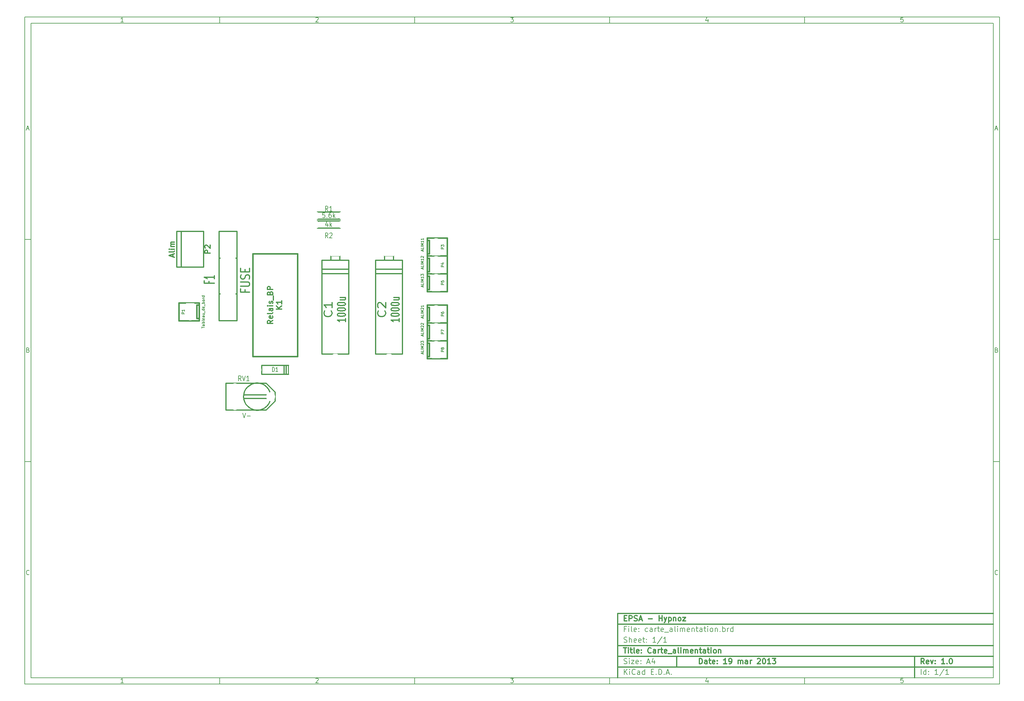
<source format=gto>
G04 (created by PCBNEW-RS274X (2012-01-19 BZR 3256)-stable) date 19/03/2013 14:49:39*
G01*
G70*
G90*
%MOIN*%
G04 Gerber Fmt 3.4, Leading zero omitted, Abs format*
%FSLAX34Y34*%
G04 APERTURE LIST*
%ADD10C,0.006000*%
%ADD11C,0.012000*%
%ADD12C,0.015000*%
%ADD13C,0.010000*%
%ADD14C,0.008000*%
%ADD15C,0.235000*%
%ADD16R,0.105000X0.105000*%
%ADD17C,0.105000*%
%ADD18C,0.270000*%
%ADD19C,0.100000*%
%ADD20R,0.110000X0.110000*%
%ADD21C,0.110000*%
%ADD22C,0.090000*%
%ADD23R,0.095000X0.095000*%
%ADD24C,0.095000*%
%ADD25C,0.170000*%
%ADD26R,0.120000X0.120000*%
%ADD27C,0.120000*%
G04 APERTURE END LIST*
G54D10*
X04000Y-04000D02*
X113000Y-04000D01*
X113000Y-78670D01*
X04000Y-78670D01*
X04000Y-04000D01*
X04700Y-04700D02*
X112300Y-04700D01*
X112300Y-77970D01*
X04700Y-77970D01*
X04700Y-04700D01*
X25800Y-04000D02*
X25800Y-04700D01*
X15043Y-04552D02*
X14757Y-04552D01*
X14900Y-04552D02*
X14900Y-04052D01*
X14852Y-04124D01*
X14805Y-04171D01*
X14757Y-04195D01*
X25800Y-78670D02*
X25800Y-77970D01*
X15043Y-78522D02*
X14757Y-78522D01*
X14900Y-78522D02*
X14900Y-78022D01*
X14852Y-78094D01*
X14805Y-78141D01*
X14757Y-78165D01*
X47600Y-04000D02*
X47600Y-04700D01*
X36557Y-04100D02*
X36581Y-04076D01*
X36629Y-04052D01*
X36748Y-04052D01*
X36795Y-04076D01*
X36819Y-04100D01*
X36843Y-04148D01*
X36843Y-04195D01*
X36819Y-04267D01*
X36533Y-04552D01*
X36843Y-04552D01*
X47600Y-78670D02*
X47600Y-77970D01*
X36557Y-78070D02*
X36581Y-78046D01*
X36629Y-78022D01*
X36748Y-78022D01*
X36795Y-78046D01*
X36819Y-78070D01*
X36843Y-78118D01*
X36843Y-78165D01*
X36819Y-78237D01*
X36533Y-78522D01*
X36843Y-78522D01*
X69400Y-04000D02*
X69400Y-04700D01*
X58333Y-04052D02*
X58643Y-04052D01*
X58476Y-04243D01*
X58548Y-04243D01*
X58595Y-04267D01*
X58619Y-04290D01*
X58643Y-04338D01*
X58643Y-04457D01*
X58619Y-04505D01*
X58595Y-04529D01*
X58548Y-04552D01*
X58405Y-04552D01*
X58357Y-04529D01*
X58333Y-04505D01*
X69400Y-78670D02*
X69400Y-77970D01*
X58333Y-78022D02*
X58643Y-78022D01*
X58476Y-78213D01*
X58548Y-78213D01*
X58595Y-78237D01*
X58619Y-78260D01*
X58643Y-78308D01*
X58643Y-78427D01*
X58619Y-78475D01*
X58595Y-78499D01*
X58548Y-78522D01*
X58405Y-78522D01*
X58357Y-78499D01*
X58333Y-78475D01*
X91200Y-04000D02*
X91200Y-04700D01*
X80395Y-04219D02*
X80395Y-04552D01*
X80276Y-04029D02*
X80157Y-04386D01*
X80467Y-04386D01*
X91200Y-78670D02*
X91200Y-77970D01*
X80395Y-78189D02*
X80395Y-78522D01*
X80276Y-77999D02*
X80157Y-78356D01*
X80467Y-78356D01*
X102219Y-04052D02*
X101981Y-04052D01*
X101957Y-04290D01*
X101981Y-04267D01*
X102029Y-04243D01*
X102148Y-04243D01*
X102195Y-04267D01*
X102219Y-04290D01*
X102243Y-04338D01*
X102243Y-04457D01*
X102219Y-04505D01*
X102195Y-04529D01*
X102148Y-04552D01*
X102029Y-04552D01*
X101981Y-04529D01*
X101957Y-04505D01*
X102219Y-78022D02*
X101981Y-78022D01*
X101957Y-78260D01*
X101981Y-78237D01*
X102029Y-78213D01*
X102148Y-78213D01*
X102195Y-78237D01*
X102219Y-78260D01*
X102243Y-78308D01*
X102243Y-78427D01*
X102219Y-78475D01*
X102195Y-78499D01*
X102148Y-78522D01*
X102029Y-78522D01*
X101981Y-78499D01*
X101957Y-78475D01*
X04000Y-28890D02*
X04700Y-28890D01*
X04231Y-16510D02*
X04469Y-16510D01*
X04184Y-16652D02*
X04350Y-16152D01*
X04517Y-16652D01*
X113000Y-28890D02*
X112300Y-28890D01*
X112531Y-16510D02*
X112769Y-16510D01*
X112484Y-16652D02*
X112650Y-16152D01*
X112817Y-16652D01*
X04000Y-53780D02*
X04700Y-53780D01*
X04386Y-41280D02*
X04457Y-41304D01*
X04481Y-41328D01*
X04505Y-41376D01*
X04505Y-41447D01*
X04481Y-41495D01*
X04457Y-41519D01*
X04410Y-41542D01*
X04219Y-41542D01*
X04219Y-41042D01*
X04386Y-41042D01*
X04433Y-41066D01*
X04457Y-41090D01*
X04481Y-41138D01*
X04481Y-41185D01*
X04457Y-41233D01*
X04433Y-41257D01*
X04386Y-41280D01*
X04219Y-41280D01*
X113000Y-53780D02*
X112300Y-53780D01*
X112686Y-41280D02*
X112757Y-41304D01*
X112781Y-41328D01*
X112805Y-41376D01*
X112805Y-41447D01*
X112781Y-41495D01*
X112757Y-41519D01*
X112710Y-41542D01*
X112519Y-41542D01*
X112519Y-41042D01*
X112686Y-41042D01*
X112733Y-41066D01*
X112757Y-41090D01*
X112781Y-41138D01*
X112781Y-41185D01*
X112757Y-41233D01*
X112733Y-41257D01*
X112686Y-41280D01*
X112519Y-41280D01*
X04505Y-66385D02*
X04481Y-66409D01*
X04410Y-66432D01*
X04362Y-66432D01*
X04290Y-66409D01*
X04243Y-66361D01*
X04219Y-66313D01*
X04195Y-66218D01*
X04195Y-66147D01*
X04219Y-66051D01*
X04243Y-66004D01*
X04290Y-65956D01*
X04362Y-65932D01*
X04410Y-65932D01*
X04481Y-65956D01*
X04505Y-65980D01*
X112805Y-66385D02*
X112781Y-66409D01*
X112710Y-66432D01*
X112662Y-66432D01*
X112590Y-66409D01*
X112543Y-66361D01*
X112519Y-66313D01*
X112495Y-66218D01*
X112495Y-66147D01*
X112519Y-66051D01*
X112543Y-66004D01*
X112590Y-65956D01*
X112662Y-65932D01*
X112710Y-65932D01*
X112781Y-65956D01*
X112805Y-65980D01*
G54D11*
X79443Y-76413D02*
X79443Y-75813D01*
X79586Y-75813D01*
X79671Y-75841D01*
X79729Y-75899D01*
X79757Y-75956D01*
X79786Y-76070D01*
X79786Y-76156D01*
X79757Y-76270D01*
X79729Y-76327D01*
X79671Y-76384D01*
X79586Y-76413D01*
X79443Y-76413D01*
X80300Y-76413D02*
X80300Y-76099D01*
X80271Y-76041D01*
X80214Y-76013D01*
X80100Y-76013D01*
X80043Y-76041D01*
X80300Y-76384D02*
X80243Y-76413D01*
X80100Y-76413D01*
X80043Y-76384D01*
X80014Y-76327D01*
X80014Y-76270D01*
X80043Y-76213D01*
X80100Y-76184D01*
X80243Y-76184D01*
X80300Y-76156D01*
X80500Y-76013D02*
X80729Y-76013D01*
X80586Y-75813D02*
X80586Y-76327D01*
X80614Y-76384D01*
X80672Y-76413D01*
X80729Y-76413D01*
X81157Y-76384D02*
X81100Y-76413D01*
X80986Y-76413D01*
X80929Y-76384D01*
X80900Y-76327D01*
X80900Y-76099D01*
X80929Y-76041D01*
X80986Y-76013D01*
X81100Y-76013D01*
X81157Y-76041D01*
X81186Y-76099D01*
X81186Y-76156D01*
X80900Y-76213D01*
X81443Y-76356D02*
X81471Y-76384D01*
X81443Y-76413D01*
X81414Y-76384D01*
X81443Y-76356D01*
X81443Y-76413D01*
X81443Y-76041D02*
X81471Y-76070D01*
X81443Y-76099D01*
X81414Y-76070D01*
X81443Y-76041D01*
X81443Y-76099D01*
X82500Y-76413D02*
X82157Y-76413D01*
X82329Y-76413D02*
X82329Y-75813D01*
X82272Y-75899D01*
X82214Y-75956D01*
X82157Y-75984D01*
X82785Y-76413D02*
X82900Y-76413D01*
X82957Y-76384D01*
X82985Y-76356D01*
X83043Y-76270D01*
X83071Y-76156D01*
X83071Y-75927D01*
X83043Y-75870D01*
X83014Y-75841D01*
X82957Y-75813D01*
X82843Y-75813D01*
X82785Y-75841D01*
X82757Y-75870D01*
X82728Y-75927D01*
X82728Y-76070D01*
X82757Y-76127D01*
X82785Y-76156D01*
X82843Y-76184D01*
X82957Y-76184D01*
X83014Y-76156D01*
X83043Y-76127D01*
X83071Y-76070D01*
X83785Y-76413D02*
X83785Y-76013D01*
X83785Y-76070D02*
X83813Y-76041D01*
X83871Y-76013D01*
X83956Y-76013D01*
X84013Y-76041D01*
X84042Y-76099D01*
X84042Y-76413D01*
X84042Y-76099D02*
X84071Y-76041D01*
X84128Y-76013D01*
X84213Y-76013D01*
X84271Y-76041D01*
X84299Y-76099D01*
X84299Y-76413D01*
X84842Y-76413D02*
X84842Y-76099D01*
X84813Y-76041D01*
X84756Y-76013D01*
X84642Y-76013D01*
X84585Y-76041D01*
X84842Y-76384D02*
X84785Y-76413D01*
X84642Y-76413D01*
X84585Y-76384D01*
X84556Y-76327D01*
X84556Y-76270D01*
X84585Y-76213D01*
X84642Y-76184D01*
X84785Y-76184D01*
X84842Y-76156D01*
X85128Y-76413D02*
X85128Y-76013D01*
X85128Y-76127D02*
X85156Y-76070D01*
X85185Y-76041D01*
X85242Y-76013D01*
X85299Y-76013D01*
X85927Y-75870D02*
X85956Y-75841D01*
X86013Y-75813D01*
X86156Y-75813D01*
X86213Y-75841D01*
X86242Y-75870D01*
X86270Y-75927D01*
X86270Y-75984D01*
X86242Y-76070D01*
X85899Y-76413D01*
X86270Y-76413D01*
X86641Y-75813D02*
X86698Y-75813D01*
X86755Y-75841D01*
X86784Y-75870D01*
X86813Y-75927D01*
X86841Y-76041D01*
X86841Y-76184D01*
X86813Y-76299D01*
X86784Y-76356D01*
X86755Y-76384D01*
X86698Y-76413D01*
X86641Y-76413D01*
X86584Y-76384D01*
X86555Y-76356D01*
X86527Y-76299D01*
X86498Y-76184D01*
X86498Y-76041D01*
X86527Y-75927D01*
X86555Y-75870D01*
X86584Y-75841D01*
X86641Y-75813D01*
X87412Y-76413D02*
X87069Y-76413D01*
X87241Y-76413D02*
X87241Y-75813D01*
X87184Y-75899D01*
X87126Y-75956D01*
X87069Y-75984D01*
X87612Y-75813D02*
X87983Y-75813D01*
X87783Y-76041D01*
X87869Y-76041D01*
X87926Y-76070D01*
X87955Y-76099D01*
X87983Y-76156D01*
X87983Y-76299D01*
X87955Y-76356D01*
X87926Y-76384D01*
X87869Y-76413D01*
X87697Y-76413D01*
X87640Y-76384D01*
X87612Y-76356D01*
G54D10*
X71043Y-77613D02*
X71043Y-77013D01*
X71386Y-77613D02*
X71129Y-77270D01*
X71386Y-77013D02*
X71043Y-77356D01*
X71643Y-77613D02*
X71643Y-77213D01*
X71643Y-77013D02*
X71614Y-77041D01*
X71643Y-77070D01*
X71671Y-77041D01*
X71643Y-77013D01*
X71643Y-77070D01*
X72272Y-77556D02*
X72243Y-77584D01*
X72157Y-77613D01*
X72100Y-77613D01*
X72015Y-77584D01*
X71957Y-77527D01*
X71929Y-77470D01*
X71900Y-77356D01*
X71900Y-77270D01*
X71929Y-77156D01*
X71957Y-77099D01*
X72015Y-77041D01*
X72100Y-77013D01*
X72157Y-77013D01*
X72243Y-77041D01*
X72272Y-77070D01*
X72786Y-77613D02*
X72786Y-77299D01*
X72757Y-77241D01*
X72700Y-77213D01*
X72586Y-77213D01*
X72529Y-77241D01*
X72786Y-77584D02*
X72729Y-77613D01*
X72586Y-77613D01*
X72529Y-77584D01*
X72500Y-77527D01*
X72500Y-77470D01*
X72529Y-77413D01*
X72586Y-77384D01*
X72729Y-77384D01*
X72786Y-77356D01*
X73329Y-77613D02*
X73329Y-77013D01*
X73329Y-77584D02*
X73272Y-77613D01*
X73158Y-77613D01*
X73100Y-77584D01*
X73072Y-77556D01*
X73043Y-77499D01*
X73043Y-77327D01*
X73072Y-77270D01*
X73100Y-77241D01*
X73158Y-77213D01*
X73272Y-77213D01*
X73329Y-77241D01*
X74072Y-77299D02*
X74272Y-77299D01*
X74358Y-77613D02*
X74072Y-77613D01*
X74072Y-77013D01*
X74358Y-77013D01*
X74615Y-77556D02*
X74643Y-77584D01*
X74615Y-77613D01*
X74586Y-77584D01*
X74615Y-77556D01*
X74615Y-77613D01*
X74901Y-77613D02*
X74901Y-77013D01*
X75044Y-77013D01*
X75129Y-77041D01*
X75187Y-77099D01*
X75215Y-77156D01*
X75244Y-77270D01*
X75244Y-77356D01*
X75215Y-77470D01*
X75187Y-77527D01*
X75129Y-77584D01*
X75044Y-77613D01*
X74901Y-77613D01*
X75501Y-77556D02*
X75529Y-77584D01*
X75501Y-77613D01*
X75472Y-77584D01*
X75501Y-77556D01*
X75501Y-77613D01*
X75758Y-77441D02*
X76044Y-77441D01*
X75701Y-77613D02*
X75901Y-77013D01*
X76101Y-77613D01*
X76301Y-77556D02*
X76329Y-77584D01*
X76301Y-77613D01*
X76272Y-77584D01*
X76301Y-77556D01*
X76301Y-77613D01*
G54D11*
X104586Y-76413D02*
X104386Y-76127D01*
X104243Y-76413D02*
X104243Y-75813D01*
X104471Y-75813D01*
X104529Y-75841D01*
X104557Y-75870D01*
X104586Y-75927D01*
X104586Y-76013D01*
X104557Y-76070D01*
X104529Y-76099D01*
X104471Y-76127D01*
X104243Y-76127D01*
X105071Y-76384D02*
X105014Y-76413D01*
X104900Y-76413D01*
X104843Y-76384D01*
X104814Y-76327D01*
X104814Y-76099D01*
X104843Y-76041D01*
X104900Y-76013D01*
X105014Y-76013D01*
X105071Y-76041D01*
X105100Y-76099D01*
X105100Y-76156D01*
X104814Y-76213D01*
X105300Y-76013D02*
X105443Y-76413D01*
X105585Y-76013D01*
X105814Y-76356D02*
X105842Y-76384D01*
X105814Y-76413D01*
X105785Y-76384D01*
X105814Y-76356D01*
X105814Y-76413D01*
X105814Y-76041D02*
X105842Y-76070D01*
X105814Y-76099D01*
X105785Y-76070D01*
X105814Y-76041D01*
X105814Y-76099D01*
X106871Y-76413D02*
X106528Y-76413D01*
X106700Y-76413D02*
X106700Y-75813D01*
X106643Y-75899D01*
X106585Y-75956D01*
X106528Y-75984D01*
X107128Y-76356D02*
X107156Y-76384D01*
X107128Y-76413D01*
X107099Y-76384D01*
X107128Y-76356D01*
X107128Y-76413D01*
X107528Y-75813D02*
X107585Y-75813D01*
X107642Y-75841D01*
X107671Y-75870D01*
X107700Y-75927D01*
X107728Y-76041D01*
X107728Y-76184D01*
X107700Y-76299D01*
X107671Y-76356D01*
X107642Y-76384D01*
X107585Y-76413D01*
X107528Y-76413D01*
X107471Y-76384D01*
X107442Y-76356D01*
X107414Y-76299D01*
X107385Y-76184D01*
X107385Y-76041D01*
X107414Y-75927D01*
X107442Y-75870D01*
X107471Y-75841D01*
X107528Y-75813D01*
G54D10*
X71014Y-76384D02*
X71100Y-76413D01*
X71243Y-76413D01*
X71300Y-76384D01*
X71329Y-76356D01*
X71357Y-76299D01*
X71357Y-76241D01*
X71329Y-76184D01*
X71300Y-76156D01*
X71243Y-76127D01*
X71129Y-76099D01*
X71071Y-76070D01*
X71043Y-76041D01*
X71014Y-75984D01*
X71014Y-75927D01*
X71043Y-75870D01*
X71071Y-75841D01*
X71129Y-75813D01*
X71271Y-75813D01*
X71357Y-75841D01*
X71614Y-76413D02*
X71614Y-76013D01*
X71614Y-75813D02*
X71585Y-75841D01*
X71614Y-75870D01*
X71642Y-75841D01*
X71614Y-75813D01*
X71614Y-75870D01*
X71843Y-76013D02*
X72157Y-76013D01*
X71843Y-76413D01*
X72157Y-76413D01*
X72614Y-76384D02*
X72557Y-76413D01*
X72443Y-76413D01*
X72386Y-76384D01*
X72357Y-76327D01*
X72357Y-76099D01*
X72386Y-76041D01*
X72443Y-76013D01*
X72557Y-76013D01*
X72614Y-76041D01*
X72643Y-76099D01*
X72643Y-76156D01*
X72357Y-76213D01*
X72900Y-76356D02*
X72928Y-76384D01*
X72900Y-76413D01*
X72871Y-76384D01*
X72900Y-76356D01*
X72900Y-76413D01*
X72900Y-76041D02*
X72928Y-76070D01*
X72900Y-76099D01*
X72871Y-76070D01*
X72900Y-76041D01*
X72900Y-76099D01*
X73614Y-76241D02*
X73900Y-76241D01*
X73557Y-76413D02*
X73757Y-75813D01*
X73957Y-76413D01*
X74414Y-76013D02*
X74414Y-76413D01*
X74271Y-75784D02*
X74128Y-76213D01*
X74500Y-76213D01*
X104243Y-77613D02*
X104243Y-77013D01*
X104786Y-77613D02*
X104786Y-77013D01*
X104786Y-77584D02*
X104729Y-77613D01*
X104615Y-77613D01*
X104557Y-77584D01*
X104529Y-77556D01*
X104500Y-77499D01*
X104500Y-77327D01*
X104529Y-77270D01*
X104557Y-77241D01*
X104615Y-77213D01*
X104729Y-77213D01*
X104786Y-77241D01*
X105072Y-77556D02*
X105100Y-77584D01*
X105072Y-77613D01*
X105043Y-77584D01*
X105072Y-77556D01*
X105072Y-77613D01*
X105072Y-77241D02*
X105100Y-77270D01*
X105072Y-77299D01*
X105043Y-77270D01*
X105072Y-77241D01*
X105072Y-77299D01*
X106129Y-77613D02*
X105786Y-77613D01*
X105958Y-77613D02*
X105958Y-77013D01*
X105901Y-77099D01*
X105843Y-77156D01*
X105786Y-77184D01*
X106814Y-76984D02*
X106300Y-77756D01*
X107329Y-77613D02*
X106986Y-77613D01*
X107158Y-77613D02*
X107158Y-77013D01*
X107101Y-77099D01*
X107043Y-77156D01*
X106986Y-77184D01*
G54D11*
X70957Y-74613D02*
X71300Y-74613D01*
X71129Y-75213D02*
X71129Y-74613D01*
X71500Y-75213D02*
X71500Y-74813D01*
X71500Y-74613D02*
X71471Y-74641D01*
X71500Y-74670D01*
X71528Y-74641D01*
X71500Y-74613D01*
X71500Y-74670D01*
X71700Y-74813D02*
X71929Y-74813D01*
X71786Y-74613D02*
X71786Y-75127D01*
X71814Y-75184D01*
X71872Y-75213D01*
X71929Y-75213D01*
X72215Y-75213D02*
X72157Y-75184D01*
X72129Y-75127D01*
X72129Y-74613D01*
X72671Y-75184D02*
X72614Y-75213D01*
X72500Y-75213D01*
X72443Y-75184D01*
X72414Y-75127D01*
X72414Y-74899D01*
X72443Y-74841D01*
X72500Y-74813D01*
X72614Y-74813D01*
X72671Y-74841D01*
X72700Y-74899D01*
X72700Y-74956D01*
X72414Y-75013D01*
X72957Y-75156D02*
X72985Y-75184D01*
X72957Y-75213D01*
X72928Y-75184D01*
X72957Y-75156D01*
X72957Y-75213D01*
X72957Y-74841D02*
X72985Y-74870D01*
X72957Y-74899D01*
X72928Y-74870D01*
X72957Y-74841D01*
X72957Y-74899D01*
X74043Y-75156D02*
X74014Y-75184D01*
X73928Y-75213D01*
X73871Y-75213D01*
X73786Y-75184D01*
X73728Y-75127D01*
X73700Y-75070D01*
X73671Y-74956D01*
X73671Y-74870D01*
X73700Y-74756D01*
X73728Y-74699D01*
X73786Y-74641D01*
X73871Y-74613D01*
X73928Y-74613D01*
X74014Y-74641D01*
X74043Y-74670D01*
X74557Y-75213D02*
X74557Y-74899D01*
X74528Y-74841D01*
X74471Y-74813D01*
X74357Y-74813D01*
X74300Y-74841D01*
X74557Y-75184D02*
X74500Y-75213D01*
X74357Y-75213D01*
X74300Y-75184D01*
X74271Y-75127D01*
X74271Y-75070D01*
X74300Y-75013D01*
X74357Y-74984D01*
X74500Y-74984D01*
X74557Y-74956D01*
X74843Y-75213D02*
X74843Y-74813D01*
X74843Y-74927D02*
X74871Y-74870D01*
X74900Y-74841D01*
X74957Y-74813D01*
X75014Y-74813D01*
X75128Y-74813D02*
X75357Y-74813D01*
X75214Y-74613D02*
X75214Y-75127D01*
X75242Y-75184D01*
X75300Y-75213D01*
X75357Y-75213D01*
X75785Y-75184D02*
X75728Y-75213D01*
X75614Y-75213D01*
X75557Y-75184D01*
X75528Y-75127D01*
X75528Y-74899D01*
X75557Y-74841D01*
X75614Y-74813D01*
X75728Y-74813D01*
X75785Y-74841D01*
X75814Y-74899D01*
X75814Y-74956D01*
X75528Y-75013D01*
X75928Y-75270D02*
X76385Y-75270D01*
X76785Y-75213D02*
X76785Y-74899D01*
X76756Y-74841D01*
X76699Y-74813D01*
X76585Y-74813D01*
X76528Y-74841D01*
X76785Y-75184D02*
X76728Y-75213D01*
X76585Y-75213D01*
X76528Y-75184D01*
X76499Y-75127D01*
X76499Y-75070D01*
X76528Y-75013D01*
X76585Y-74984D01*
X76728Y-74984D01*
X76785Y-74956D01*
X77157Y-75213D02*
X77099Y-75184D01*
X77071Y-75127D01*
X77071Y-74613D01*
X77385Y-75213D02*
X77385Y-74813D01*
X77385Y-74613D02*
X77356Y-74641D01*
X77385Y-74670D01*
X77413Y-74641D01*
X77385Y-74613D01*
X77385Y-74670D01*
X77671Y-75213D02*
X77671Y-74813D01*
X77671Y-74870D02*
X77699Y-74841D01*
X77757Y-74813D01*
X77842Y-74813D01*
X77899Y-74841D01*
X77928Y-74899D01*
X77928Y-75213D01*
X77928Y-74899D02*
X77957Y-74841D01*
X78014Y-74813D01*
X78099Y-74813D01*
X78157Y-74841D01*
X78185Y-74899D01*
X78185Y-75213D01*
X78699Y-75184D02*
X78642Y-75213D01*
X78528Y-75213D01*
X78471Y-75184D01*
X78442Y-75127D01*
X78442Y-74899D01*
X78471Y-74841D01*
X78528Y-74813D01*
X78642Y-74813D01*
X78699Y-74841D01*
X78728Y-74899D01*
X78728Y-74956D01*
X78442Y-75013D01*
X78985Y-74813D02*
X78985Y-75213D01*
X78985Y-74870D02*
X79013Y-74841D01*
X79071Y-74813D01*
X79156Y-74813D01*
X79213Y-74841D01*
X79242Y-74899D01*
X79242Y-75213D01*
X79442Y-74813D02*
X79671Y-74813D01*
X79528Y-74613D02*
X79528Y-75127D01*
X79556Y-75184D01*
X79614Y-75213D01*
X79671Y-75213D01*
X80128Y-75213D02*
X80128Y-74899D01*
X80099Y-74841D01*
X80042Y-74813D01*
X79928Y-74813D01*
X79871Y-74841D01*
X80128Y-75184D02*
X80071Y-75213D01*
X79928Y-75213D01*
X79871Y-75184D01*
X79842Y-75127D01*
X79842Y-75070D01*
X79871Y-75013D01*
X79928Y-74984D01*
X80071Y-74984D01*
X80128Y-74956D01*
X80328Y-74813D02*
X80557Y-74813D01*
X80414Y-74613D02*
X80414Y-75127D01*
X80442Y-75184D01*
X80500Y-75213D01*
X80557Y-75213D01*
X80757Y-75213D02*
X80757Y-74813D01*
X80757Y-74613D02*
X80728Y-74641D01*
X80757Y-74670D01*
X80785Y-74641D01*
X80757Y-74613D01*
X80757Y-74670D01*
X81129Y-75213D02*
X81071Y-75184D01*
X81043Y-75156D01*
X81014Y-75099D01*
X81014Y-74927D01*
X81043Y-74870D01*
X81071Y-74841D01*
X81129Y-74813D01*
X81214Y-74813D01*
X81271Y-74841D01*
X81300Y-74870D01*
X81329Y-74927D01*
X81329Y-75099D01*
X81300Y-75156D01*
X81271Y-75184D01*
X81214Y-75213D01*
X81129Y-75213D01*
X81586Y-74813D02*
X81586Y-75213D01*
X81586Y-74870D02*
X81614Y-74841D01*
X81672Y-74813D01*
X81757Y-74813D01*
X81814Y-74841D01*
X81843Y-74899D01*
X81843Y-75213D01*
G54D10*
X71243Y-72499D02*
X71043Y-72499D01*
X71043Y-72813D02*
X71043Y-72213D01*
X71329Y-72213D01*
X71557Y-72813D02*
X71557Y-72413D01*
X71557Y-72213D02*
X71528Y-72241D01*
X71557Y-72270D01*
X71585Y-72241D01*
X71557Y-72213D01*
X71557Y-72270D01*
X71929Y-72813D02*
X71871Y-72784D01*
X71843Y-72727D01*
X71843Y-72213D01*
X72385Y-72784D02*
X72328Y-72813D01*
X72214Y-72813D01*
X72157Y-72784D01*
X72128Y-72727D01*
X72128Y-72499D01*
X72157Y-72441D01*
X72214Y-72413D01*
X72328Y-72413D01*
X72385Y-72441D01*
X72414Y-72499D01*
X72414Y-72556D01*
X72128Y-72613D01*
X72671Y-72756D02*
X72699Y-72784D01*
X72671Y-72813D01*
X72642Y-72784D01*
X72671Y-72756D01*
X72671Y-72813D01*
X72671Y-72441D02*
X72699Y-72470D01*
X72671Y-72499D01*
X72642Y-72470D01*
X72671Y-72441D01*
X72671Y-72499D01*
X73671Y-72784D02*
X73614Y-72813D01*
X73500Y-72813D01*
X73442Y-72784D01*
X73414Y-72756D01*
X73385Y-72699D01*
X73385Y-72527D01*
X73414Y-72470D01*
X73442Y-72441D01*
X73500Y-72413D01*
X73614Y-72413D01*
X73671Y-72441D01*
X74185Y-72813D02*
X74185Y-72499D01*
X74156Y-72441D01*
X74099Y-72413D01*
X73985Y-72413D01*
X73928Y-72441D01*
X74185Y-72784D02*
X74128Y-72813D01*
X73985Y-72813D01*
X73928Y-72784D01*
X73899Y-72727D01*
X73899Y-72670D01*
X73928Y-72613D01*
X73985Y-72584D01*
X74128Y-72584D01*
X74185Y-72556D01*
X74471Y-72813D02*
X74471Y-72413D01*
X74471Y-72527D02*
X74499Y-72470D01*
X74528Y-72441D01*
X74585Y-72413D01*
X74642Y-72413D01*
X74756Y-72413D02*
X74985Y-72413D01*
X74842Y-72213D02*
X74842Y-72727D01*
X74870Y-72784D01*
X74928Y-72813D01*
X74985Y-72813D01*
X75413Y-72784D02*
X75356Y-72813D01*
X75242Y-72813D01*
X75185Y-72784D01*
X75156Y-72727D01*
X75156Y-72499D01*
X75185Y-72441D01*
X75242Y-72413D01*
X75356Y-72413D01*
X75413Y-72441D01*
X75442Y-72499D01*
X75442Y-72556D01*
X75156Y-72613D01*
X75556Y-72870D02*
X76013Y-72870D01*
X76413Y-72813D02*
X76413Y-72499D01*
X76384Y-72441D01*
X76327Y-72413D01*
X76213Y-72413D01*
X76156Y-72441D01*
X76413Y-72784D02*
X76356Y-72813D01*
X76213Y-72813D01*
X76156Y-72784D01*
X76127Y-72727D01*
X76127Y-72670D01*
X76156Y-72613D01*
X76213Y-72584D01*
X76356Y-72584D01*
X76413Y-72556D01*
X76785Y-72813D02*
X76727Y-72784D01*
X76699Y-72727D01*
X76699Y-72213D01*
X77013Y-72813D02*
X77013Y-72413D01*
X77013Y-72213D02*
X76984Y-72241D01*
X77013Y-72270D01*
X77041Y-72241D01*
X77013Y-72213D01*
X77013Y-72270D01*
X77299Y-72813D02*
X77299Y-72413D01*
X77299Y-72470D02*
X77327Y-72441D01*
X77385Y-72413D01*
X77470Y-72413D01*
X77527Y-72441D01*
X77556Y-72499D01*
X77556Y-72813D01*
X77556Y-72499D02*
X77585Y-72441D01*
X77642Y-72413D01*
X77727Y-72413D01*
X77785Y-72441D01*
X77813Y-72499D01*
X77813Y-72813D01*
X78327Y-72784D02*
X78270Y-72813D01*
X78156Y-72813D01*
X78099Y-72784D01*
X78070Y-72727D01*
X78070Y-72499D01*
X78099Y-72441D01*
X78156Y-72413D01*
X78270Y-72413D01*
X78327Y-72441D01*
X78356Y-72499D01*
X78356Y-72556D01*
X78070Y-72613D01*
X78613Y-72413D02*
X78613Y-72813D01*
X78613Y-72470D02*
X78641Y-72441D01*
X78699Y-72413D01*
X78784Y-72413D01*
X78841Y-72441D01*
X78870Y-72499D01*
X78870Y-72813D01*
X79070Y-72413D02*
X79299Y-72413D01*
X79156Y-72213D02*
X79156Y-72727D01*
X79184Y-72784D01*
X79242Y-72813D01*
X79299Y-72813D01*
X79756Y-72813D02*
X79756Y-72499D01*
X79727Y-72441D01*
X79670Y-72413D01*
X79556Y-72413D01*
X79499Y-72441D01*
X79756Y-72784D02*
X79699Y-72813D01*
X79556Y-72813D01*
X79499Y-72784D01*
X79470Y-72727D01*
X79470Y-72670D01*
X79499Y-72613D01*
X79556Y-72584D01*
X79699Y-72584D01*
X79756Y-72556D01*
X79956Y-72413D02*
X80185Y-72413D01*
X80042Y-72213D02*
X80042Y-72727D01*
X80070Y-72784D01*
X80128Y-72813D01*
X80185Y-72813D01*
X80385Y-72813D02*
X80385Y-72413D01*
X80385Y-72213D02*
X80356Y-72241D01*
X80385Y-72270D01*
X80413Y-72241D01*
X80385Y-72213D01*
X80385Y-72270D01*
X80757Y-72813D02*
X80699Y-72784D01*
X80671Y-72756D01*
X80642Y-72699D01*
X80642Y-72527D01*
X80671Y-72470D01*
X80699Y-72441D01*
X80757Y-72413D01*
X80842Y-72413D01*
X80899Y-72441D01*
X80928Y-72470D01*
X80957Y-72527D01*
X80957Y-72699D01*
X80928Y-72756D01*
X80899Y-72784D01*
X80842Y-72813D01*
X80757Y-72813D01*
X81214Y-72413D02*
X81214Y-72813D01*
X81214Y-72470D02*
X81242Y-72441D01*
X81300Y-72413D01*
X81385Y-72413D01*
X81442Y-72441D01*
X81471Y-72499D01*
X81471Y-72813D01*
X81757Y-72756D02*
X81785Y-72784D01*
X81757Y-72813D01*
X81728Y-72784D01*
X81757Y-72756D01*
X81757Y-72813D01*
X82043Y-72813D02*
X82043Y-72213D01*
X82043Y-72441D02*
X82100Y-72413D01*
X82214Y-72413D01*
X82271Y-72441D01*
X82300Y-72470D01*
X82329Y-72527D01*
X82329Y-72699D01*
X82300Y-72756D01*
X82271Y-72784D01*
X82214Y-72813D01*
X82100Y-72813D01*
X82043Y-72784D01*
X82586Y-72813D02*
X82586Y-72413D01*
X82586Y-72527D02*
X82614Y-72470D01*
X82643Y-72441D01*
X82700Y-72413D01*
X82757Y-72413D01*
X83214Y-72813D02*
X83214Y-72213D01*
X83214Y-72784D02*
X83157Y-72813D01*
X83043Y-72813D01*
X82985Y-72784D01*
X82957Y-72756D01*
X82928Y-72699D01*
X82928Y-72527D01*
X82957Y-72470D01*
X82985Y-72441D01*
X83043Y-72413D01*
X83157Y-72413D01*
X83214Y-72441D01*
X71014Y-73984D02*
X71100Y-74013D01*
X71243Y-74013D01*
X71300Y-73984D01*
X71329Y-73956D01*
X71357Y-73899D01*
X71357Y-73841D01*
X71329Y-73784D01*
X71300Y-73756D01*
X71243Y-73727D01*
X71129Y-73699D01*
X71071Y-73670D01*
X71043Y-73641D01*
X71014Y-73584D01*
X71014Y-73527D01*
X71043Y-73470D01*
X71071Y-73441D01*
X71129Y-73413D01*
X71271Y-73413D01*
X71357Y-73441D01*
X71614Y-74013D02*
X71614Y-73413D01*
X71871Y-74013D02*
X71871Y-73699D01*
X71842Y-73641D01*
X71785Y-73613D01*
X71700Y-73613D01*
X71642Y-73641D01*
X71614Y-73670D01*
X72385Y-73984D02*
X72328Y-74013D01*
X72214Y-74013D01*
X72157Y-73984D01*
X72128Y-73927D01*
X72128Y-73699D01*
X72157Y-73641D01*
X72214Y-73613D01*
X72328Y-73613D01*
X72385Y-73641D01*
X72414Y-73699D01*
X72414Y-73756D01*
X72128Y-73813D01*
X72899Y-73984D02*
X72842Y-74013D01*
X72728Y-74013D01*
X72671Y-73984D01*
X72642Y-73927D01*
X72642Y-73699D01*
X72671Y-73641D01*
X72728Y-73613D01*
X72842Y-73613D01*
X72899Y-73641D01*
X72928Y-73699D01*
X72928Y-73756D01*
X72642Y-73813D01*
X73099Y-73613D02*
X73328Y-73613D01*
X73185Y-73413D02*
X73185Y-73927D01*
X73213Y-73984D01*
X73271Y-74013D01*
X73328Y-74013D01*
X73528Y-73956D02*
X73556Y-73984D01*
X73528Y-74013D01*
X73499Y-73984D01*
X73528Y-73956D01*
X73528Y-74013D01*
X73528Y-73641D02*
X73556Y-73670D01*
X73528Y-73699D01*
X73499Y-73670D01*
X73528Y-73641D01*
X73528Y-73699D01*
X74585Y-74013D02*
X74242Y-74013D01*
X74414Y-74013D02*
X74414Y-73413D01*
X74357Y-73499D01*
X74299Y-73556D01*
X74242Y-73584D01*
X75270Y-73384D02*
X74756Y-74156D01*
X75785Y-74013D02*
X75442Y-74013D01*
X75614Y-74013D02*
X75614Y-73413D01*
X75557Y-73499D01*
X75499Y-73556D01*
X75442Y-73584D01*
G54D11*
X71043Y-71299D02*
X71243Y-71299D01*
X71329Y-71613D02*
X71043Y-71613D01*
X71043Y-71013D01*
X71329Y-71013D01*
X71586Y-71613D02*
X71586Y-71013D01*
X71814Y-71013D01*
X71872Y-71041D01*
X71900Y-71070D01*
X71929Y-71127D01*
X71929Y-71213D01*
X71900Y-71270D01*
X71872Y-71299D01*
X71814Y-71327D01*
X71586Y-71327D01*
X72157Y-71584D02*
X72243Y-71613D01*
X72386Y-71613D01*
X72443Y-71584D01*
X72472Y-71556D01*
X72500Y-71499D01*
X72500Y-71441D01*
X72472Y-71384D01*
X72443Y-71356D01*
X72386Y-71327D01*
X72272Y-71299D01*
X72214Y-71270D01*
X72186Y-71241D01*
X72157Y-71184D01*
X72157Y-71127D01*
X72186Y-71070D01*
X72214Y-71041D01*
X72272Y-71013D01*
X72414Y-71013D01*
X72500Y-71041D01*
X72728Y-71441D02*
X73014Y-71441D01*
X72671Y-71613D02*
X72871Y-71013D01*
X73071Y-71613D01*
X73728Y-71384D02*
X74185Y-71384D01*
X74928Y-71613D02*
X74928Y-71013D01*
X74928Y-71299D02*
X75271Y-71299D01*
X75271Y-71613D02*
X75271Y-71013D01*
X75500Y-71213D02*
X75643Y-71613D01*
X75785Y-71213D02*
X75643Y-71613D01*
X75585Y-71756D01*
X75557Y-71784D01*
X75500Y-71813D01*
X76014Y-71213D02*
X76014Y-71813D01*
X76014Y-71241D02*
X76071Y-71213D01*
X76185Y-71213D01*
X76242Y-71241D01*
X76271Y-71270D01*
X76300Y-71327D01*
X76300Y-71499D01*
X76271Y-71556D01*
X76242Y-71584D01*
X76185Y-71613D01*
X76071Y-71613D01*
X76014Y-71584D01*
X76557Y-71213D02*
X76557Y-71613D01*
X76557Y-71270D02*
X76585Y-71241D01*
X76643Y-71213D01*
X76728Y-71213D01*
X76785Y-71241D01*
X76814Y-71299D01*
X76814Y-71613D01*
X77186Y-71613D02*
X77128Y-71584D01*
X77100Y-71556D01*
X77071Y-71499D01*
X77071Y-71327D01*
X77100Y-71270D01*
X77128Y-71241D01*
X77186Y-71213D01*
X77271Y-71213D01*
X77328Y-71241D01*
X77357Y-71270D01*
X77386Y-71327D01*
X77386Y-71499D01*
X77357Y-71556D01*
X77328Y-71584D01*
X77271Y-71613D01*
X77186Y-71613D01*
X77586Y-71213D02*
X77900Y-71213D01*
X77586Y-71613D01*
X77900Y-71613D01*
X70300Y-70770D02*
X70300Y-77970D01*
X70300Y-71970D02*
X112300Y-71970D01*
X70300Y-70770D02*
X112300Y-70770D01*
X70300Y-74370D02*
X112300Y-74370D01*
X103500Y-75570D02*
X103500Y-77970D01*
X70300Y-76770D02*
X112300Y-76770D01*
X70300Y-75570D02*
X112300Y-75570D01*
X76900Y-75570D02*
X76900Y-76770D01*
G54D12*
X50900Y-22500D02*
X50882Y-22674D01*
X50832Y-22842D01*
X50749Y-22998D01*
X50638Y-23134D01*
X50503Y-23246D01*
X50348Y-23329D01*
X50180Y-23381D01*
X50006Y-23399D01*
X49832Y-23384D01*
X49663Y-23334D01*
X49508Y-23253D01*
X49371Y-23143D01*
X49258Y-23008D01*
X49173Y-22854D01*
X49120Y-22687D01*
X49101Y-22512D01*
X49115Y-22338D01*
X49164Y-22169D01*
X49244Y-22013D01*
X49353Y-21875D01*
X49487Y-21761D01*
X49640Y-21676D01*
X49807Y-21621D01*
X49982Y-21601D01*
X50156Y-21614D01*
X50325Y-21661D01*
X50482Y-21741D01*
X50620Y-21849D01*
X50735Y-21982D01*
X50822Y-22134D01*
X50877Y-22301D01*
X50899Y-22475D01*
X50900Y-22500D01*
X50900Y-50000D02*
X50882Y-50174D01*
X50832Y-50342D01*
X50749Y-50498D01*
X50638Y-50634D01*
X50503Y-50746D01*
X50348Y-50829D01*
X50180Y-50881D01*
X50006Y-50899D01*
X49832Y-50884D01*
X49663Y-50834D01*
X49508Y-50753D01*
X49371Y-50643D01*
X49258Y-50508D01*
X49173Y-50354D01*
X49120Y-50187D01*
X49101Y-50012D01*
X49115Y-49838D01*
X49164Y-49669D01*
X49244Y-49513D01*
X49353Y-49375D01*
X49487Y-49261D01*
X49640Y-49176D01*
X49807Y-49121D01*
X49982Y-49101D01*
X50156Y-49114D01*
X50325Y-49161D01*
X50482Y-49241D01*
X50620Y-49349D01*
X50735Y-49482D01*
X50822Y-49634D01*
X50877Y-49801D01*
X50899Y-49975D01*
X50900Y-50000D01*
X23400Y-50000D02*
X23382Y-50174D01*
X23332Y-50342D01*
X23249Y-50498D01*
X23138Y-50634D01*
X23003Y-50746D01*
X22848Y-50829D01*
X22680Y-50881D01*
X22506Y-50899D01*
X22332Y-50884D01*
X22163Y-50834D01*
X22008Y-50753D01*
X21871Y-50643D01*
X21758Y-50508D01*
X21673Y-50354D01*
X21620Y-50187D01*
X21601Y-50012D01*
X21615Y-49838D01*
X21664Y-49669D01*
X21744Y-49513D01*
X21853Y-49375D01*
X21987Y-49261D01*
X22140Y-49176D01*
X22307Y-49121D01*
X22482Y-49101D01*
X22656Y-49114D01*
X22825Y-49161D01*
X22982Y-49241D01*
X23120Y-49349D01*
X23235Y-49482D01*
X23322Y-49634D01*
X23377Y-49801D01*
X23399Y-49975D01*
X23400Y-50000D01*
G54D11*
X26500Y-45000D02*
X31000Y-45000D01*
X31000Y-45000D02*
X32000Y-46000D01*
X32000Y-46000D02*
X32000Y-47000D01*
X32000Y-47000D02*
X31000Y-48000D01*
X31000Y-48000D02*
X26500Y-48000D01*
X26500Y-48000D02*
X26500Y-45000D01*
X29800Y-45000D02*
X30250Y-45000D01*
X30150Y-48000D02*
X29800Y-48000D01*
X28500Y-46300D02*
X31450Y-46300D01*
X28500Y-46700D02*
X31450Y-46700D01*
X31520Y-46500D02*
X31491Y-46795D01*
X31405Y-47079D01*
X31266Y-47341D01*
X31078Y-47571D01*
X30849Y-47760D01*
X30589Y-47901D01*
X30305Y-47988D01*
X30010Y-48019D01*
X29716Y-47993D01*
X29431Y-47909D01*
X29168Y-47771D01*
X28937Y-47585D01*
X28746Y-47358D01*
X28603Y-47098D01*
X28514Y-46816D01*
X28481Y-46521D01*
X28505Y-46226D01*
X28587Y-45941D01*
X28723Y-45677D01*
X28907Y-45445D01*
X29133Y-45252D01*
X29392Y-45108D01*
X29674Y-45016D01*
X29969Y-44981D01*
X30263Y-45004D01*
X30549Y-45083D01*
X30814Y-45217D01*
X31048Y-45400D01*
X31242Y-45624D01*
X31388Y-45882D01*
X31482Y-46164D01*
X31519Y-46458D01*
X31520Y-46500D01*
G54D12*
X29500Y-42000D02*
X29500Y-30500D01*
X29500Y-30500D02*
X34500Y-30500D01*
X34500Y-30500D02*
X34500Y-42000D01*
X34500Y-42000D02*
X29500Y-42000D01*
G54D11*
X39500Y-26250D02*
X39300Y-26250D01*
X36500Y-26250D02*
X36700Y-26250D01*
X36700Y-26250D02*
X36700Y-26650D01*
X36700Y-26650D02*
X39300Y-26650D01*
X39300Y-26650D02*
X39300Y-25850D01*
X39300Y-25850D02*
X36700Y-25850D01*
X36700Y-25850D02*
X36700Y-26250D01*
X39300Y-26450D02*
X39100Y-26650D01*
X36500Y-27250D02*
X36700Y-27250D01*
X39500Y-27250D02*
X39300Y-27250D01*
X39300Y-27250D02*
X39300Y-26850D01*
X39300Y-26850D02*
X36700Y-26850D01*
X36700Y-26850D02*
X36700Y-27650D01*
X36700Y-27650D02*
X39300Y-27650D01*
X39300Y-27650D02*
X39300Y-27250D01*
X36700Y-27050D02*
X36900Y-26850D01*
G54D12*
X23500Y-36250D02*
X23250Y-36250D01*
X23250Y-36250D02*
X23250Y-37750D01*
X23250Y-37750D02*
X23500Y-37750D01*
X23500Y-36000D02*
X21250Y-36000D01*
X21250Y-36000D02*
X21250Y-38000D01*
X21250Y-38000D02*
X23500Y-38000D01*
X23500Y-38000D02*
X23500Y-36000D01*
G54D10*
X22000Y-36000D02*
X23000Y-36000D01*
X23000Y-38000D02*
X22000Y-38000D01*
G54D12*
X49000Y-30500D02*
X49250Y-30500D01*
X49250Y-30500D02*
X49250Y-29000D01*
X49250Y-29000D02*
X49000Y-29000D01*
X49000Y-30750D02*
X51250Y-30750D01*
X51250Y-30750D02*
X51250Y-28750D01*
X51250Y-28750D02*
X49000Y-28750D01*
X49000Y-28750D02*
X49000Y-30750D01*
G54D10*
X50500Y-30750D02*
X49500Y-30750D01*
X49500Y-28750D02*
X50500Y-28750D01*
G54D12*
X49000Y-32500D02*
X49250Y-32500D01*
X49250Y-32500D02*
X49250Y-31000D01*
X49250Y-31000D02*
X49000Y-31000D01*
X49000Y-32750D02*
X51250Y-32750D01*
X51250Y-32750D02*
X51250Y-30750D01*
X51250Y-30750D02*
X49000Y-30750D01*
X49000Y-30750D02*
X49000Y-32750D01*
G54D10*
X50500Y-32750D02*
X49500Y-32750D01*
X49500Y-30750D02*
X50500Y-30750D01*
G54D11*
X27750Y-28000D02*
X27750Y-38000D01*
X27750Y-38000D02*
X25750Y-38000D01*
X25750Y-38000D02*
X25750Y-28000D01*
X25750Y-28000D02*
X27750Y-28000D01*
X27750Y-31000D02*
X25750Y-31000D01*
X27750Y-35000D02*
X25750Y-35000D01*
X38750Y-30250D02*
X38750Y-30750D01*
X38250Y-31250D02*
X38250Y-30750D01*
X38250Y-30750D02*
X39250Y-30750D01*
X39250Y-30750D02*
X39250Y-31250D01*
X40250Y-31250D02*
X40250Y-41750D01*
X40250Y-41750D02*
X37250Y-41750D01*
X37250Y-41750D02*
X37250Y-31250D01*
X38750Y-41750D02*
X38750Y-42250D01*
X40250Y-32250D02*
X37250Y-32250D01*
X40250Y-32750D02*
X37250Y-32750D01*
X40250Y-31250D02*
X37250Y-31250D01*
X44750Y-30250D02*
X44750Y-30750D01*
X44250Y-31250D02*
X44250Y-30750D01*
X44250Y-30750D02*
X45250Y-30750D01*
X45250Y-30750D02*
X45250Y-31250D01*
X46250Y-31250D02*
X46250Y-41750D01*
X46250Y-41750D02*
X43250Y-41750D01*
X43250Y-41750D02*
X43250Y-31250D01*
X44750Y-41750D02*
X44750Y-42250D01*
X46250Y-32250D02*
X43250Y-32250D01*
X46250Y-32750D02*
X43250Y-32750D01*
X46250Y-31250D02*
X43250Y-31250D01*
G54D12*
X49000Y-34500D02*
X49250Y-34500D01*
X49250Y-34500D02*
X49250Y-33000D01*
X49250Y-33000D02*
X49000Y-33000D01*
X49000Y-34750D02*
X51250Y-34750D01*
X51250Y-34750D02*
X51250Y-32750D01*
X51250Y-32750D02*
X49000Y-32750D01*
X49000Y-32750D02*
X49000Y-34750D01*
G54D10*
X50500Y-34750D02*
X49500Y-34750D01*
X49500Y-32750D02*
X50500Y-32750D01*
G54D12*
X49000Y-38000D02*
X49250Y-38000D01*
X49250Y-38000D02*
X49250Y-36500D01*
X49250Y-36500D02*
X49000Y-36500D01*
X49000Y-38250D02*
X51250Y-38250D01*
X51250Y-38250D02*
X51250Y-36250D01*
X51250Y-36250D02*
X49000Y-36250D01*
X49000Y-36250D02*
X49000Y-38250D01*
G54D10*
X50500Y-38250D02*
X49500Y-38250D01*
X49500Y-36250D02*
X50500Y-36250D01*
G54D12*
X49000Y-40000D02*
X49250Y-40000D01*
X49250Y-40000D02*
X49250Y-38500D01*
X49250Y-38500D02*
X49000Y-38500D01*
X49000Y-40250D02*
X51250Y-40250D01*
X51250Y-40250D02*
X51250Y-38250D01*
X51250Y-38250D02*
X49000Y-38250D01*
X49000Y-38250D02*
X49000Y-40250D01*
G54D10*
X50500Y-40250D02*
X49500Y-40250D01*
X49500Y-38250D02*
X50500Y-38250D01*
G54D12*
X49000Y-42000D02*
X49250Y-42000D01*
X49250Y-42000D02*
X49250Y-40500D01*
X49250Y-40500D02*
X49000Y-40500D01*
X49000Y-42250D02*
X51250Y-42250D01*
X51250Y-42250D02*
X51250Y-40250D01*
X51250Y-40250D02*
X49000Y-40250D01*
X49000Y-40250D02*
X49000Y-42250D01*
G54D10*
X50500Y-42250D02*
X49500Y-42250D01*
X49500Y-40250D02*
X50500Y-40250D01*
G54D11*
X30500Y-43000D02*
X33500Y-43000D01*
X33500Y-43000D02*
X33500Y-44000D01*
X33500Y-44000D02*
X30500Y-44000D01*
X30500Y-44000D02*
X30500Y-43000D01*
X33250Y-43000D02*
X33250Y-44000D01*
X33000Y-44000D02*
X33000Y-43000D01*
X30500Y-43500D02*
X30000Y-43500D01*
X33500Y-43500D02*
X34000Y-43500D01*
X21500Y-32000D02*
X21500Y-28000D01*
X21000Y-32000D02*
X24000Y-32000D01*
X24000Y-32000D02*
X24000Y-28000D01*
X24000Y-28000D02*
X21000Y-28000D01*
X21000Y-28000D02*
X21000Y-32000D01*
G54D13*
X48885Y-22412D02*
X48885Y-22012D01*
X49019Y-22298D01*
X49152Y-22012D01*
X49152Y-22412D01*
X49304Y-22012D02*
X49552Y-22012D01*
X49418Y-22164D01*
X49476Y-22164D01*
X49514Y-22183D01*
X49533Y-22202D01*
X49552Y-22240D01*
X49552Y-22336D01*
X49533Y-22374D01*
X49514Y-22393D01*
X49476Y-22412D01*
X49361Y-22412D01*
X49323Y-22393D01*
X49304Y-22374D01*
X49628Y-22450D02*
X49933Y-22450D01*
X50028Y-22412D02*
X50028Y-22012D01*
X50200Y-22412D02*
X50200Y-22202D01*
X50181Y-22164D01*
X50143Y-22145D01*
X50085Y-22145D01*
X50047Y-22164D01*
X50028Y-22183D01*
X50447Y-22412D02*
X50409Y-22393D01*
X50390Y-22374D01*
X50371Y-22336D01*
X50371Y-22221D01*
X50390Y-22183D01*
X50409Y-22164D01*
X50447Y-22145D01*
X50505Y-22145D01*
X50543Y-22164D01*
X50562Y-22183D01*
X50581Y-22221D01*
X50581Y-22336D01*
X50562Y-22374D01*
X50543Y-22393D01*
X50505Y-22412D01*
X50447Y-22412D01*
X50809Y-22412D02*
X50771Y-22393D01*
X50752Y-22355D01*
X50752Y-22012D01*
X51115Y-22393D02*
X51077Y-22412D01*
X51000Y-22412D01*
X50962Y-22393D01*
X50943Y-22355D01*
X50943Y-22202D01*
X50962Y-22164D01*
X51000Y-22145D01*
X51077Y-22145D01*
X51115Y-22164D01*
X51134Y-22202D01*
X51134Y-22240D01*
X50943Y-22279D01*
X48885Y-49912D02*
X48885Y-49512D01*
X49019Y-49798D01*
X49152Y-49512D01*
X49152Y-49912D01*
X49304Y-49512D02*
X49552Y-49512D01*
X49418Y-49664D01*
X49476Y-49664D01*
X49514Y-49683D01*
X49533Y-49702D01*
X49552Y-49740D01*
X49552Y-49836D01*
X49533Y-49874D01*
X49514Y-49893D01*
X49476Y-49912D01*
X49361Y-49912D01*
X49323Y-49893D01*
X49304Y-49874D01*
X49628Y-49950D02*
X49933Y-49950D01*
X50028Y-49912D02*
X50028Y-49512D01*
X50200Y-49912D02*
X50200Y-49702D01*
X50181Y-49664D01*
X50143Y-49645D01*
X50085Y-49645D01*
X50047Y-49664D01*
X50028Y-49683D01*
X50447Y-49912D02*
X50409Y-49893D01*
X50390Y-49874D01*
X50371Y-49836D01*
X50371Y-49721D01*
X50390Y-49683D01*
X50409Y-49664D01*
X50447Y-49645D01*
X50505Y-49645D01*
X50543Y-49664D01*
X50562Y-49683D01*
X50581Y-49721D01*
X50581Y-49836D01*
X50562Y-49874D01*
X50543Y-49893D01*
X50505Y-49912D01*
X50447Y-49912D01*
X50809Y-49912D02*
X50771Y-49893D01*
X50752Y-49855D01*
X50752Y-49512D01*
X51115Y-49893D02*
X51077Y-49912D01*
X51000Y-49912D01*
X50962Y-49893D01*
X50943Y-49855D01*
X50943Y-49702D01*
X50962Y-49664D01*
X51000Y-49645D01*
X51077Y-49645D01*
X51115Y-49664D01*
X51134Y-49702D01*
X51134Y-49740D01*
X50943Y-49779D01*
X21385Y-49912D02*
X21385Y-49512D01*
X21519Y-49798D01*
X21652Y-49512D01*
X21652Y-49912D01*
X21804Y-49512D02*
X22052Y-49512D01*
X21918Y-49664D01*
X21976Y-49664D01*
X22014Y-49683D01*
X22033Y-49702D01*
X22052Y-49740D01*
X22052Y-49836D01*
X22033Y-49874D01*
X22014Y-49893D01*
X21976Y-49912D01*
X21861Y-49912D01*
X21823Y-49893D01*
X21804Y-49874D01*
X22128Y-49950D02*
X22433Y-49950D01*
X22528Y-49912D02*
X22528Y-49512D01*
X22700Y-49912D02*
X22700Y-49702D01*
X22681Y-49664D01*
X22643Y-49645D01*
X22585Y-49645D01*
X22547Y-49664D01*
X22528Y-49683D01*
X22947Y-49912D02*
X22909Y-49893D01*
X22890Y-49874D01*
X22871Y-49836D01*
X22871Y-49721D01*
X22890Y-49683D01*
X22909Y-49664D01*
X22947Y-49645D01*
X23005Y-49645D01*
X23043Y-49664D01*
X23062Y-49683D01*
X23081Y-49721D01*
X23081Y-49836D01*
X23062Y-49874D01*
X23043Y-49893D01*
X23005Y-49912D01*
X22947Y-49912D01*
X23309Y-49912D02*
X23271Y-49893D01*
X23252Y-49855D01*
X23252Y-49512D01*
X23615Y-49893D02*
X23577Y-49912D01*
X23500Y-49912D01*
X23462Y-49893D01*
X23443Y-49855D01*
X23443Y-49702D01*
X23462Y-49664D01*
X23500Y-49645D01*
X23577Y-49645D01*
X23615Y-49664D01*
X23634Y-49702D01*
X23634Y-49740D01*
X23443Y-49779D01*
G54D14*
X28203Y-44723D02*
X28036Y-44461D01*
X27917Y-44723D02*
X27917Y-44173D01*
X28108Y-44173D01*
X28155Y-44199D01*
X28179Y-44225D01*
X28203Y-44277D01*
X28203Y-44356D01*
X28179Y-44408D01*
X28155Y-44435D01*
X28108Y-44461D01*
X27917Y-44461D01*
X28346Y-44173D02*
X28512Y-44723D01*
X28679Y-44173D01*
X29108Y-44723D02*
X28822Y-44723D01*
X28965Y-44723D02*
X28965Y-44173D01*
X28917Y-44251D01*
X28870Y-44304D01*
X28822Y-44330D01*
X28374Y-48323D02*
X28540Y-48873D01*
X28707Y-48323D01*
X28874Y-48663D02*
X29255Y-48663D01*
G54D11*
X32743Y-36692D02*
X32143Y-36692D01*
X32743Y-36349D02*
X32400Y-36606D01*
X32143Y-36349D02*
X32486Y-36692D01*
X32743Y-35778D02*
X32743Y-36121D01*
X32743Y-35949D02*
X32143Y-35949D01*
X32229Y-36006D01*
X32286Y-36064D01*
X32314Y-36121D01*
X31743Y-37964D02*
X31457Y-38164D01*
X31743Y-38307D02*
X31143Y-38307D01*
X31143Y-38079D01*
X31171Y-38021D01*
X31200Y-37993D01*
X31257Y-37964D01*
X31343Y-37964D01*
X31400Y-37993D01*
X31429Y-38021D01*
X31457Y-38079D01*
X31457Y-38307D01*
X31714Y-37479D02*
X31743Y-37536D01*
X31743Y-37650D01*
X31714Y-37707D01*
X31657Y-37736D01*
X31429Y-37736D01*
X31371Y-37707D01*
X31343Y-37650D01*
X31343Y-37536D01*
X31371Y-37479D01*
X31429Y-37450D01*
X31486Y-37450D01*
X31543Y-37736D01*
X31743Y-37107D02*
X31714Y-37165D01*
X31657Y-37193D01*
X31143Y-37193D01*
X31743Y-36622D02*
X31429Y-36622D01*
X31371Y-36651D01*
X31343Y-36708D01*
X31343Y-36822D01*
X31371Y-36879D01*
X31714Y-36622D02*
X31743Y-36679D01*
X31743Y-36822D01*
X31714Y-36879D01*
X31657Y-36908D01*
X31600Y-36908D01*
X31543Y-36879D01*
X31514Y-36822D01*
X31514Y-36679D01*
X31486Y-36622D01*
X31743Y-36336D02*
X31343Y-36336D01*
X31143Y-36336D02*
X31171Y-36365D01*
X31200Y-36336D01*
X31171Y-36308D01*
X31143Y-36336D01*
X31200Y-36336D01*
X31714Y-36079D02*
X31743Y-36022D01*
X31743Y-35907D01*
X31714Y-35850D01*
X31657Y-35822D01*
X31629Y-35822D01*
X31571Y-35850D01*
X31543Y-35907D01*
X31543Y-35993D01*
X31514Y-36050D01*
X31457Y-36079D01*
X31429Y-36079D01*
X31371Y-36050D01*
X31343Y-35993D01*
X31343Y-35907D01*
X31371Y-35850D01*
X31800Y-35707D02*
X31800Y-35250D01*
X31429Y-34907D02*
X31457Y-34821D01*
X31486Y-34793D01*
X31543Y-34764D01*
X31629Y-34764D01*
X31686Y-34793D01*
X31714Y-34821D01*
X31743Y-34879D01*
X31743Y-35107D01*
X31143Y-35107D01*
X31143Y-34907D01*
X31171Y-34850D01*
X31200Y-34821D01*
X31257Y-34793D01*
X31314Y-34793D01*
X31371Y-34821D01*
X31400Y-34850D01*
X31429Y-34907D01*
X31429Y-35107D01*
X31743Y-34507D02*
X31143Y-34507D01*
X31143Y-34279D01*
X31171Y-34221D01*
X31200Y-34193D01*
X31257Y-34164D01*
X31343Y-34164D01*
X31400Y-34193D01*
X31429Y-34221D01*
X31457Y-34279D01*
X31457Y-34507D01*
G54D14*
X37917Y-25723D02*
X37750Y-25461D01*
X37631Y-25723D02*
X37631Y-25173D01*
X37822Y-25173D01*
X37869Y-25199D01*
X37893Y-25225D01*
X37917Y-25277D01*
X37917Y-25356D01*
X37893Y-25408D01*
X37869Y-25435D01*
X37822Y-25461D01*
X37631Y-25461D01*
X38393Y-25723D02*
X38107Y-25723D01*
X38250Y-25723D02*
X38250Y-25173D01*
X38202Y-25251D01*
X38155Y-25304D01*
X38107Y-25330D01*
X37560Y-25923D02*
X37322Y-25923D01*
X37298Y-26185D01*
X37322Y-26158D01*
X37370Y-26132D01*
X37489Y-26132D01*
X37536Y-26158D01*
X37560Y-26185D01*
X37584Y-26237D01*
X37584Y-26368D01*
X37560Y-26420D01*
X37536Y-26446D01*
X37489Y-26473D01*
X37370Y-26473D01*
X37322Y-26446D01*
X37298Y-26420D01*
X37798Y-26420D02*
X37822Y-26446D01*
X37798Y-26473D01*
X37774Y-26446D01*
X37798Y-26420D01*
X37798Y-26473D01*
X38250Y-25923D02*
X38155Y-25923D01*
X38107Y-25949D01*
X38084Y-25975D01*
X38036Y-26054D01*
X38012Y-26158D01*
X38012Y-26368D01*
X38036Y-26420D01*
X38060Y-26446D01*
X38107Y-26473D01*
X38203Y-26473D01*
X38250Y-26446D01*
X38274Y-26420D01*
X38298Y-26368D01*
X38298Y-26237D01*
X38274Y-26185D01*
X38250Y-26158D01*
X38203Y-26132D01*
X38107Y-26132D01*
X38060Y-26158D01*
X38036Y-26185D01*
X38012Y-26237D01*
X38512Y-26473D02*
X38512Y-25923D01*
X38560Y-26263D02*
X38703Y-26473D01*
X38703Y-26106D02*
X38512Y-26315D01*
X37917Y-28723D02*
X37750Y-28461D01*
X37631Y-28723D02*
X37631Y-28173D01*
X37822Y-28173D01*
X37869Y-28199D01*
X37893Y-28225D01*
X37917Y-28277D01*
X37917Y-28356D01*
X37893Y-28408D01*
X37869Y-28435D01*
X37822Y-28461D01*
X37631Y-28461D01*
X38107Y-28225D02*
X38131Y-28199D01*
X38179Y-28173D01*
X38298Y-28173D01*
X38345Y-28199D01*
X38369Y-28225D01*
X38393Y-28277D01*
X38393Y-28330D01*
X38369Y-28408D01*
X38083Y-28723D01*
X38393Y-28723D01*
X37893Y-27106D02*
X37893Y-27473D01*
X37774Y-26896D02*
X37655Y-27289D01*
X37965Y-27289D01*
X38155Y-27473D02*
X38155Y-26923D01*
X38203Y-27263D02*
X38346Y-27473D01*
X38346Y-27106D02*
X38155Y-27315D01*
G54D10*
X21871Y-37222D02*
X21571Y-37222D01*
X21571Y-37107D01*
X21586Y-37079D01*
X21600Y-37064D01*
X21629Y-37050D01*
X21671Y-37050D01*
X21700Y-37064D01*
X21714Y-37079D01*
X21729Y-37107D01*
X21729Y-37222D01*
X21871Y-36764D02*
X21871Y-36936D01*
X21871Y-36850D02*
X21571Y-36850D01*
X21614Y-36879D01*
X21643Y-36907D01*
X21657Y-36936D01*
X23821Y-38827D02*
X23821Y-38656D01*
X24121Y-38742D02*
X23821Y-38742D01*
X24121Y-38427D02*
X23964Y-38427D01*
X23936Y-38441D01*
X23921Y-38470D01*
X23921Y-38527D01*
X23936Y-38556D01*
X24107Y-38427D02*
X24121Y-38456D01*
X24121Y-38527D01*
X24107Y-38556D01*
X24079Y-38570D01*
X24050Y-38570D01*
X24021Y-38556D01*
X24007Y-38527D01*
X24007Y-38456D01*
X23993Y-38427D01*
X24121Y-38285D02*
X23821Y-38285D01*
X23936Y-38285D02*
X23921Y-38256D01*
X23921Y-38199D01*
X23936Y-38170D01*
X23950Y-38156D01*
X23979Y-38142D01*
X24064Y-38142D01*
X24093Y-38156D01*
X24107Y-38170D01*
X24121Y-38199D01*
X24121Y-38256D01*
X24107Y-38285D01*
X24121Y-37971D02*
X24107Y-37999D01*
X24079Y-38014D01*
X23821Y-38014D01*
X24107Y-37742D02*
X24121Y-37771D01*
X24121Y-37828D01*
X24107Y-37857D01*
X24079Y-37871D01*
X23964Y-37871D01*
X23936Y-37857D01*
X23921Y-37828D01*
X23921Y-37771D01*
X23936Y-37742D01*
X23964Y-37728D01*
X23993Y-37728D01*
X24021Y-37871D01*
X24121Y-37471D02*
X23964Y-37471D01*
X23936Y-37485D01*
X23921Y-37514D01*
X23921Y-37571D01*
X23936Y-37600D01*
X24107Y-37471D02*
X24121Y-37500D01*
X24121Y-37571D01*
X24107Y-37600D01*
X24079Y-37614D01*
X24050Y-37614D01*
X24021Y-37600D01*
X24007Y-37571D01*
X24007Y-37500D01*
X23993Y-37471D01*
X23921Y-37200D02*
X24121Y-37200D01*
X23921Y-37329D02*
X24079Y-37329D01*
X24107Y-37314D01*
X24121Y-37286D01*
X24121Y-37243D01*
X24107Y-37214D01*
X24093Y-37200D01*
X24150Y-37129D02*
X24150Y-36900D01*
X24121Y-36700D02*
X23821Y-36700D01*
X24107Y-36700D02*
X24121Y-36729D01*
X24121Y-36786D01*
X24107Y-36814D01*
X24093Y-36829D01*
X24064Y-36843D01*
X23979Y-36843D01*
X23950Y-36829D01*
X23936Y-36814D01*
X23921Y-36786D01*
X23921Y-36729D01*
X23936Y-36700D01*
X24107Y-36443D02*
X24121Y-36472D01*
X24121Y-36529D01*
X24107Y-36558D01*
X24079Y-36572D01*
X23964Y-36572D01*
X23936Y-36558D01*
X23921Y-36529D01*
X23921Y-36472D01*
X23936Y-36443D01*
X23964Y-36429D01*
X23993Y-36429D01*
X24021Y-36572D01*
X24150Y-36372D02*
X24150Y-36143D01*
X24121Y-36072D02*
X23821Y-36072D01*
X23936Y-36072D02*
X23921Y-36043D01*
X23921Y-35986D01*
X23936Y-35957D01*
X23950Y-35943D01*
X23979Y-35929D01*
X24064Y-35929D01*
X24093Y-35943D01*
X24107Y-35957D01*
X24121Y-35986D01*
X24121Y-36043D01*
X24107Y-36072D01*
X24121Y-35758D02*
X24107Y-35786D01*
X24093Y-35801D01*
X24064Y-35815D01*
X23979Y-35815D01*
X23950Y-35801D01*
X23936Y-35786D01*
X23921Y-35758D01*
X23921Y-35715D01*
X23936Y-35686D01*
X23950Y-35672D01*
X23979Y-35658D01*
X24064Y-35658D01*
X24093Y-35672D01*
X24107Y-35686D01*
X24121Y-35715D01*
X24121Y-35758D01*
X24121Y-35530D02*
X23921Y-35530D01*
X23979Y-35530D02*
X23950Y-35515D01*
X23936Y-35501D01*
X23921Y-35472D01*
X23921Y-35444D01*
X24121Y-35215D02*
X23821Y-35215D01*
X24107Y-35215D02*
X24121Y-35244D01*
X24121Y-35301D01*
X24107Y-35329D01*
X24093Y-35344D01*
X24064Y-35358D01*
X23979Y-35358D01*
X23950Y-35344D01*
X23936Y-35329D01*
X23921Y-35301D01*
X23921Y-35244D01*
X23936Y-35215D01*
X50871Y-29972D02*
X50571Y-29972D01*
X50571Y-29857D01*
X50586Y-29829D01*
X50600Y-29814D01*
X50629Y-29800D01*
X50671Y-29800D01*
X50700Y-29814D01*
X50714Y-29829D01*
X50729Y-29857D01*
X50729Y-29972D01*
X50571Y-29700D02*
X50571Y-29514D01*
X50686Y-29614D01*
X50686Y-29572D01*
X50700Y-29543D01*
X50714Y-29529D01*
X50743Y-29514D01*
X50814Y-29514D01*
X50843Y-29529D01*
X50857Y-29543D01*
X50871Y-29572D01*
X50871Y-29657D01*
X50857Y-29686D01*
X50843Y-29700D01*
X48536Y-30222D02*
X48536Y-30079D01*
X48621Y-30250D02*
X48321Y-30150D01*
X48621Y-30050D01*
X48621Y-29808D02*
X48621Y-29951D01*
X48321Y-29951D01*
X48621Y-29708D02*
X48321Y-29708D01*
X48621Y-29565D02*
X48321Y-29565D01*
X48536Y-29465D01*
X48321Y-29365D01*
X48621Y-29365D01*
X48621Y-29064D02*
X48621Y-29236D01*
X48621Y-29150D02*
X48321Y-29150D01*
X48364Y-29179D01*
X48393Y-29207D01*
X48407Y-29236D01*
X48621Y-28778D02*
X48621Y-28950D01*
X48621Y-28864D02*
X48321Y-28864D01*
X48364Y-28893D01*
X48393Y-28921D01*
X48407Y-28950D01*
X50871Y-31972D02*
X50571Y-31972D01*
X50571Y-31857D01*
X50586Y-31829D01*
X50600Y-31814D01*
X50629Y-31800D01*
X50671Y-31800D01*
X50700Y-31814D01*
X50714Y-31829D01*
X50729Y-31857D01*
X50729Y-31972D01*
X50671Y-31543D02*
X50871Y-31543D01*
X50557Y-31614D02*
X50771Y-31686D01*
X50771Y-31500D01*
X48536Y-32222D02*
X48536Y-32079D01*
X48621Y-32250D02*
X48321Y-32150D01*
X48621Y-32050D01*
X48621Y-31808D02*
X48621Y-31951D01*
X48321Y-31951D01*
X48621Y-31708D02*
X48321Y-31708D01*
X48621Y-31565D02*
X48321Y-31565D01*
X48536Y-31465D01*
X48321Y-31365D01*
X48621Y-31365D01*
X48621Y-31064D02*
X48621Y-31236D01*
X48621Y-31150D02*
X48321Y-31150D01*
X48364Y-31179D01*
X48393Y-31207D01*
X48407Y-31236D01*
X48350Y-30950D02*
X48336Y-30936D01*
X48321Y-30907D01*
X48321Y-30836D01*
X48336Y-30807D01*
X48350Y-30793D01*
X48379Y-30778D01*
X48407Y-30778D01*
X48450Y-30793D01*
X48621Y-30964D01*
X48621Y-30778D01*
G54D11*
X24617Y-33609D02*
X24617Y-33818D01*
X25202Y-33818D02*
X24086Y-33818D01*
X24086Y-33519D01*
X25202Y-32952D02*
X25202Y-33310D01*
X25202Y-33131D02*
X24086Y-33131D01*
X24245Y-33191D01*
X24351Y-33251D01*
X24405Y-33310D01*
X28631Y-34548D02*
X28631Y-34815D01*
X29155Y-34815D02*
X28155Y-34815D01*
X28155Y-34434D01*
X28155Y-34129D02*
X28964Y-34129D01*
X29060Y-34090D01*
X29107Y-34052D01*
X29155Y-33976D01*
X29155Y-33824D01*
X29107Y-33748D01*
X29060Y-33709D01*
X28964Y-33671D01*
X28155Y-33671D01*
X29107Y-33329D02*
X29155Y-33214D01*
X29155Y-33024D01*
X29107Y-32948D01*
X29060Y-32910D01*
X28964Y-32871D01*
X28869Y-32871D01*
X28774Y-32910D01*
X28726Y-32948D01*
X28679Y-33024D01*
X28631Y-33176D01*
X28583Y-33252D01*
X28536Y-33291D01*
X28440Y-33329D01*
X28345Y-33329D01*
X28250Y-33291D01*
X28202Y-33252D01*
X28155Y-33176D01*
X28155Y-32986D01*
X28202Y-32871D01*
X28631Y-32529D02*
X28631Y-32262D01*
X29155Y-32148D02*
X29155Y-32529D01*
X28155Y-32529D01*
X28155Y-32148D01*
X38279Y-36916D02*
X38321Y-36964D01*
X38364Y-37107D01*
X38364Y-37202D01*
X38321Y-37345D01*
X38236Y-37440D01*
X38150Y-37488D01*
X37979Y-37536D01*
X37850Y-37536D01*
X37679Y-37488D01*
X37593Y-37440D01*
X37507Y-37345D01*
X37464Y-37202D01*
X37464Y-37107D01*
X37507Y-36964D01*
X37550Y-36916D01*
X38364Y-35964D02*
X38364Y-36536D01*
X38364Y-36250D02*
X37464Y-36250D01*
X37593Y-36345D01*
X37679Y-36440D01*
X37721Y-36536D01*
X39864Y-37755D02*
X39864Y-38115D01*
X39864Y-37935D02*
X38964Y-37935D01*
X39093Y-37995D01*
X39179Y-38055D01*
X39221Y-38115D01*
X38964Y-37365D02*
X38964Y-37305D01*
X39007Y-37245D01*
X39050Y-37215D01*
X39136Y-37185D01*
X39307Y-37155D01*
X39521Y-37155D01*
X39693Y-37185D01*
X39779Y-37215D01*
X39821Y-37245D01*
X39864Y-37305D01*
X39864Y-37365D01*
X39821Y-37425D01*
X39779Y-37455D01*
X39693Y-37485D01*
X39521Y-37515D01*
X39307Y-37515D01*
X39136Y-37485D01*
X39050Y-37455D01*
X39007Y-37425D01*
X38964Y-37365D01*
X38964Y-36765D02*
X38964Y-36705D01*
X39007Y-36645D01*
X39050Y-36615D01*
X39136Y-36585D01*
X39307Y-36555D01*
X39521Y-36555D01*
X39693Y-36585D01*
X39779Y-36615D01*
X39821Y-36645D01*
X39864Y-36705D01*
X39864Y-36765D01*
X39821Y-36825D01*
X39779Y-36855D01*
X39693Y-36885D01*
X39521Y-36915D01*
X39307Y-36915D01*
X39136Y-36885D01*
X39050Y-36855D01*
X39007Y-36825D01*
X38964Y-36765D01*
X38964Y-36165D02*
X38964Y-36105D01*
X39007Y-36045D01*
X39050Y-36015D01*
X39136Y-35985D01*
X39307Y-35955D01*
X39521Y-35955D01*
X39693Y-35985D01*
X39779Y-36015D01*
X39821Y-36045D01*
X39864Y-36105D01*
X39864Y-36165D01*
X39821Y-36225D01*
X39779Y-36255D01*
X39693Y-36285D01*
X39521Y-36315D01*
X39307Y-36315D01*
X39136Y-36285D01*
X39050Y-36255D01*
X39007Y-36225D01*
X38964Y-36165D01*
X39264Y-35415D02*
X39864Y-35415D01*
X39264Y-35685D02*
X39736Y-35685D01*
X39821Y-35655D01*
X39864Y-35595D01*
X39864Y-35505D01*
X39821Y-35445D01*
X39779Y-35415D01*
X44279Y-36916D02*
X44321Y-36964D01*
X44364Y-37107D01*
X44364Y-37202D01*
X44321Y-37345D01*
X44236Y-37440D01*
X44150Y-37488D01*
X43979Y-37536D01*
X43850Y-37536D01*
X43679Y-37488D01*
X43593Y-37440D01*
X43507Y-37345D01*
X43464Y-37202D01*
X43464Y-37107D01*
X43507Y-36964D01*
X43550Y-36916D01*
X43550Y-36536D02*
X43507Y-36488D01*
X43464Y-36393D01*
X43464Y-36155D01*
X43507Y-36059D01*
X43550Y-36012D01*
X43636Y-35964D01*
X43721Y-35964D01*
X43850Y-36012D01*
X44364Y-36583D01*
X44364Y-35964D01*
X45864Y-37755D02*
X45864Y-38115D01*
X45864Y-37935D02*
X44964Y-37935D01*
X45093Y-37995D01*
X45179Y-38055D01*
X45221Y-38115D01*
X44964Y-37365D02*
X44964Y-37305D01*
X45007Y-37245D01*
X45050Y-37215D01*
X45136Y-37185D01*
X45307Y-37155D01*
X45521Y-37155D01*
X45693Y-37185D01*
X45779Y-37215D01*
X45821Y-37245D01*
X45864Y-37305D01*
X45864Y-37365D01*
X45821Y-37425D01*
X45779Y-37455D01*
X45693Y-37485D01*
X45521Y-37515D01*
X45307Y-37515D01*
X45136Y-37485D01*
X45050Y-37455D01*
X45007Y-37425D01*
X44964Y-37365D01*
X44964Y-36765D02*
X44964Y-36705D01*
X45007Y-36645D01*
X45050Y-36615D01*
X45136Y-36585D01*
X45307Y-36555D01*
X45521Y-36555D01*
X45693Y-36585D01*
X45779Y-36615D01*
X45821Y-36645D01*
X45864Y-36705D01*
X45864Y-36765D01*
X45821Y-36825D01*
X45779Y-36855D01*
X45693Y-36885D01*
X45521Y-36915D01*
X45307Y-36915D01*
X45136Y-36885D01*
X45050Y-36855D01*
X45007Y-36825D01*
X44964Y-36765D01*
X44964Y-36165D02*
X44964Y-36105D01*
X45007Y-36045D01*
X45050Y-36015D01*
X45136Y-35985D01*
X45307Y-35955D01*
X45521Y-35955D01*
X45693Y-35985D01*
X45779Y-36015D01*
X45821Y-36045D01*
X45864Y-36105D01*
X45864Y-36165D01*
X45821Y-36225D01*
X45779Y-36255D01*
X45693Y-36285D01*
X45521Y-36315D01*
X45307Y-36315D01*
X45136Y-36285D01*
X45050Y-36255D01*
X45007Y-36225D01*
X44964Y-36165D01*
X45264Y-35415D02*
X45864Y-35415D01*
X45264Y-35685D02*
X45736Y-35685D01*
X45821Y-35655D01*
X45864Y-35595D01*
X45864Y-35505D01*
X45821Y-35445D01*
X45779Y-35415D01*
G54D10*
X50871Y-33972D02*
X50571Y-33972D01*
X50571Y-33857D01*
X50586Y-33829D01*
X50600Y-33814D01*
X50629Y-33800D01*
X50671Y-33800D01*
X50700Y-33814D01*
X50714Y-33829D01*
X50729Y-33857D01*
X50729Y-33972D01*
X50571Y-33529D02*
X50571Y-33672D01*
X50714Y-33686D01*
X50700Y-33672D01*
X50686Y-33643D01*
X50686Y-33572D01*
X50700Y-33543D01*
X50714Y-33529D01*
X50743Y-33514D01*
X50814Y-33514D01*
X50843Y-33529D01*
X50857Y-33543D01*
X50871Y-33572D01*
X50871Y-33643D01*
X50857Y-33672D01*
X50843Y-33686D01*
X48536Y-34222D02*
X48536Y-34079D01*
X48621Y-34250D02*
X48321Y-34150D01*
X48621Y-34050D01*
X48621Y-33808D02*
X48621Y-33951D01*
X48321Y-33951D01*
X48621Y-33708D02*
X48321Y-33708D01*
X48621Y-33565D02*
X48321Y-33565D01*
X48536Y-33465D01*
X48321Y-33365D01*
X48621Y-33365D01*
X48621Y-33064D02*
X48621Y-33236D01*
X48621Y-33150D02*
X48321Y-33150D01*
X48364Y-33179D01*
X48393Y-33207D01*
X48407Y-33236D01*
X48321Y-32964D02*
X48321Y-32778D01*
X48436Y-32878D01*
X48436Y-32836D01*
X48450Y-32807D01*
X48464Y-32793D01*
X48493Y-32778D01*
X48564Y-32778D01*
X48593Y-32793D01*
X48607Y-32807D01*
X48621Y-32836D01*
X48621Y-32921D01*
X48607Y-32950D01*
X48593Y-32964D01*
X50871Y-37472D02*
X50571Y-37472D01*
X50571Y-37357D01*
X50586Y-37329D01*
X50600Y-37314D01*
X50629Y-37300D01*
X50671Y-37300D01*
X50700Y-37314D01*
X50714Y-37329D01*
X50729Y-37357D01*
X50729Y-37472D01*
X50571Y-37043D02*
X50571Y-37100D01*
X50586Y-37129D01*
X50600Y-37143D01*
X50643Y-37172D01*
X50700Y-37186D01*
X50814Y-37186D01*
X50843Y-37172D01*
X50857Y-37157D01*
X50871Y-37129D01*
X50871Y-37072D01*
X50857Y-37043D01*
X50843Y-37029D01*
X50814Y-37014D01*
X50743Y-37014D01*
X50714Y-37029D01*
X50700Y-37043D01*
X50686Y-37072D01*
X50686Y-37129D01*
X50700Y-37157D01*
X50714Y-37172D01*
X50743Y-37186D01*
X48536Y-37722D02*
X48536Y-37579D01*
X48621Y-37750D02*
X48321Y-37650D01*
X48621Y-37550D01*
X48621Y-37308D02*
X48621Y-37451D01*
X48321Y-37451D01*
X48621Y-37208D02*
X48321Y-37208D01*
X48621Y-37065D02*
X48321Y-37065D01*
X48536Y-36965D01*
X48321Y-36865D01*
X48621Y-36865D01*
X48350Y-36736D02*
X48336Y-36722D01*
X48321Y-36693D01*
X48321Y-36622D01*
X48336Y-36593D01*
X48350Y-36579D01*
X48379Y-36564D01*
X48407Y-36564D01*
X48450Y-36579D01*
X48621Y-36750D01*
X48621Y-36564D01*
X48621Y-36278D02*
X48621Y-36450D01*
X48621Y-36364D02*
X48321Y-36364D01*
X48364Y-36393D01*
X48393Y-36421D01*
X48407Y-36450D01*
X50871Y-39472D02*
X50571Y-39472D01*
X50571Y-39357D01*
X50586Y-39329D01*
X50600Y-39314D01*
X50629Y-39300D01*
X50671Y-39300D01*
X50700Y-39314D01*
X50714Y-39329D01*
X50729Y-39357D01*
X50729Y-39472D01*
X50571Y-39200D02*
X50571Y-39000D01*
X50871Y-39129D01*
X48536Y-39722D02*
X48536Y-39579D01*
X48621Y-39750D02*
X48321Y-39650D01*
X48621Y-39550D01*
X48621Y-39308D02*
X48621Y-39451D01*
X48321Y-39451D01*
X48621Y-39208D02*
X48321Y-39208D01*
X48621Y-39065D02*
X48321Y-39065D01*
X48536Y-38965D01*
X48321Y-38865D01*
X48621Y-38865D01*
X48350Y-38736D02*
X48336Y-38722D01*
X48321Y-38693D01*
X48321Y-38622D01*
X48336Y-38593D01*
X48350Y-38579D01*
X48379Y-38564D01*
X48407Y-38564D01*
X48450Y-38579D01*
X48621Y-38750D01*
X48621Y-38564D01*
X48350Y-38450D02*
X48336Y-38436D01*
X48321Y-38407D01*
X48321Y-38336D01*
X48336Y-38307D01*
X48350Y-38293D01*
X48379Y-38278D01*
X48407Y-38278D01*
X48450Y-38293D01*
X48621Y-38464D01*
X48621Y-38278D01*
X50871Y-41472D02*
X50571Y-41472D01*
X50571Y-41357D01*
X50586Y-41329D01*
X50600Y-41314D01*
X50629Y-41300D01*
X50671Y-41300D01*
X50700Y-41314D01*
X50714Y-41329D01*
X50729Y-41357D01*
X50729Y-41472D01*
X50700Y-41129D02*
X50686Y-41157D01*
X50671Y-41172D01*
X50643Y-41186D01*
X50629Y-41186D01*
X50600Y-41172D01*
X50586Y-41157D01*
X50571Y-41129D01*
X50571Y-41072D01*
X50586Y-41043D01*
X50600Y-41029D01*
X50629Y-41014D01*
X50643Y-41014D01*
X50671Y-41029D01*
X50686Y-41043D01*
X50700Y-41072D01*
X50700Y-41129D01*
X50714Y-41157D01*
X50729Y-41172D01*
X50757Y-41186D01*
X50814Y-41186D01*
X50843Y-41172D01*
X50857Y-41157D01*
X50871Y-41129D01*
X50871Y-41072D01*
X50857Y-41043D01*
X50843Y-41029D01*
X50814Y-41014D01*
X50757Y-41014D01*
X50729Y-41029D01*
X50714Y-41043D01*
X50700Y-41072D01*
X48536Y-41722D02*
X48536Y-41579D01*
X48621Y-41750D02*
X48321Y-41650D01*
X48621Y-41550D01*
X48621Y-41308D02*
X48621Y-41451D01*
X48321Y-41451D01*
X48621Y-41208D02*
X48321Y-41208D01*
X48621Y-41065D02*
X48321Y-41065D01*
X48536Y-40965D01*
X48321Y-40865D01*
X48621Y-40865D01*
X48350Y-40736D02*
X48336Y-40722D01*
X48321Y-40693D01*
X48321Y-40622D01*
X48336Y-40593D01*
X48350Y-40579D01*
X48379Y-40564D01*
X48407Y-40564D01*
X48450Y-40579D01*
X48621Y-40750D01*
X48621Y-40564D01*
X48321Y-40464D02*
X48321Y-40278D01*
X48436Y-40378D01*
X48436Y-40336D01*
X48450Y-40307D01*
X48464Y-40293D01*
X48493Y-40278D01*
X48564Y-40278D01*
X48593Y-40293D01*
X48607Y-40307D01*
X48621Y-40336D01*
X48621Y-40421D01*
X48607Y-40450D01*
X48593Y-40464D01*
G54D14*
X31705Y-43702D02*
X31705Y-43202D01*
X31800Y-43202D01*
X31858Y-43226D01*
X31896Y-43274D01*
X31915Y-43321D01*
X31934Y-43417D01*
X31934Y-43488D01*
X31915Y-43583D01*
X31896Y-43631D01*
X31858Y-43679D01*
X31800Y-43702D01*
X31705Y-43702D01*
X32315Y-43702D02*
X32086Y-43702D01*
X32200Y-43702D02*
X32200Y-43202D01*
X32162Y-43274D01*
X32124Y-43321D01*
X32086Y-43345D01*
G54D11*
X24743Y-30442D02*
X24143Y-30442D01*
X24143Y-30214D01*
X24171Y-30156D01*
X24200Y-30128D01*
X24257Y-30099D01*
X24343Y-30099D01*
X24400Y-30128D01*
X24429Y-30156D01*
X24457Y-30214D01*
X24457Y-30442D01*
X24200Y-29871D02*
X24171Y-29842D01*
X24143Y-29785D01*
X24143Y-29642D01*
X24171Y-29585D01*
X24200Y-29556D01*
X24257Y-29528D01*
X24314Y-29528D01*
X24400Y-29556D01*
X24743Y-29899D01*
X24743Y-29528D01*
X20571Y-30843D02*
X20571Y-30557D01*
X20743Y-30900D02*
X20143Y-30700D01*
X20743Y-30500D01*
X20743Y-30214D02*
X20714Y-30272D01*
X20657Y-30300D01*
X20143Y-30300D01*
X20743Y-29986D02*
X20343Y-29986D01*
X20143Y-29986D02*
X20171Y-30015D01*
X20200Y-29986D01*
X20171Y-29958D01*
X20143Y-29986D01*
X20200Y-29986D01*
X20743Y-29700D02*
X20343Y-29700D01*
X20400Y-29700D02*
X20371Y-29672D01*
X20343Y-29614D01*
X20343Y-29529D01*
X20371Y-29472D01*
X20429Y-29443D01*
X20743Y-29443D01*
X20429Y-29443D02*
X20371Y-29414D01*
X20343Y-29357D01*
X20343Y-29272D01*
X20371Y-29214D01*
X20429Y-29186D01*
X20743Y-29186D01*
%LPC*%
G54D15*
X30750Y-50000D03*
X41750Y-50000D03*
G54D16*
X34250Y-50500D03*
G54D17*
X34250Y-49500D03*
X35250Y-50500D03*
X35250Y-49500D03*
X36250Y-50500D03*
X36250Y-49500D03*
X37250Y-50500D03*
X37250Y-49500D03*
X38250Y-50500D03*
X38250Y-49500D03*
G54D15*
X41750Y-22500D03*
X30750Y-22500D03*
G54D16*
X38250Y-22000D03*
G54D17*
X38250Y-23000D03*
X37250Y-22000D03*
X37250Y-23000D03*
X36250Y-22000D03*
X36250Y-23000D03*
X35250Y-22000D03*
X35250Y-23000D03*
X34250Y-22000D03*
X34250Y-23000D03*
G54D18*
X50000Y-22500D03*
X50000Y-50000D03*
X22500Y-50000D03*
G54D19*
X27500Y-45500D03*
X31500Y-46500D03*
X27500Y-47500D03*
G54D20*
X30500Y-41250D03*
G54D21*
X33500Y-41250D03*
X33500Y-34754D03*
X33500Y-31998D03*
X30500Y-33376D03*
G54D22*
X39500Y-26250D03*
X36500Y-26250D03*
X36500Y-27250D03*
X39500Y-27250D03*
G54D23*
X22500Y-36500D03*
G54D24*
X22500Y-37500D03*
G54D23*
X50000Y-30250D03*
G54D24*
X50000Y-29250D03*
G54D23*
X50000Y-32250D03*
G54D24*
X50000Y-31250D03*
G54D25*
X26750Y-29000D03*
X26750Y-31000D03*
X26750Y-35000D03*
X26750Y-37000D03*
G54D20*
X38750Y-30250D03*
G54D21*
X38750Y-42250D03*
G54D20*
X44750Y-30250D03*
G54D21*
X44750Y-42250D03*
G54D23*
X50000Y-34250D03*
G54D24*
X50000Y-33250D03*
G54D23*
X50000Y-37750D03*
G54D24*
X50000Y-36750D03*
G54D23*
X50000Y-39750D03*
G54D24*
X50000Y-38750D03*
G54D23*
X50000Y-41750D03*
G54D24*
X50000Y-40750D03*
X30000Y-43500D03*
G54D23*
X34000Y-43500D03*
G54D26*
X22500Y-29000D03*
G54D27*
X22500Y-31000D03*
G54D21*
X37250Y-47000D03*
X35250Y-25000D03*
G54D22*
X33000Y-47000D03*
X39500Y-25000D03*
G54D21*
X38250Y-48000D03*
X32000Y-25250D03*
M02*

</source>
